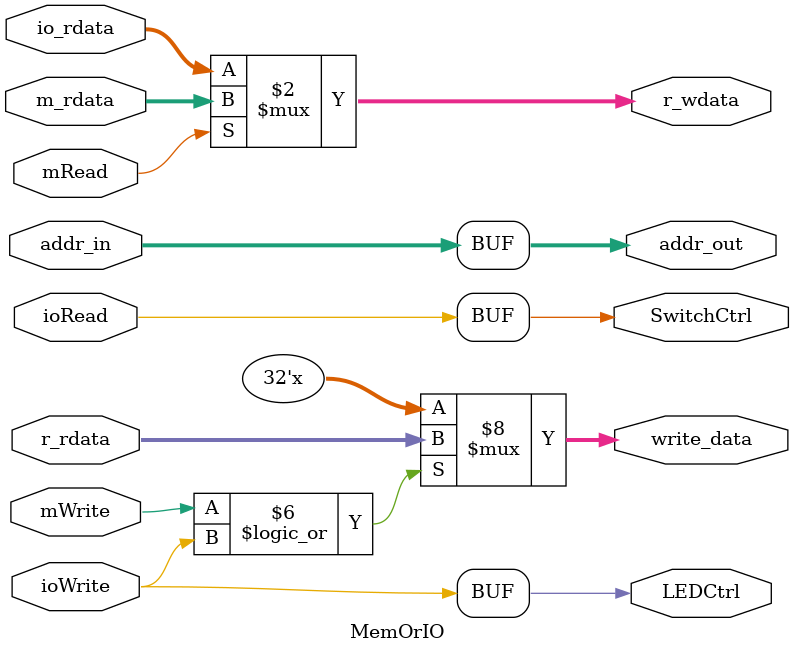
<source format=v>
`timescale 1ns / 1ps


module MemOrIO( mRead, mWrite, ioRead, ioWrite,addr_in, addr_out, m_rdata, io_rdata, r_wdata, r_rdata, write_data, LEDCtrl, SwitchCtrl);
input mRead; // read memory, from control32
input mWrite; // write memory, from control32
input ioRead; // read IO, from control32
input ioWrite; // write IO, from control32
input[31:0] addr_in; // from alu_result in executs32
output[31:0] addr_out; // address to memory
input[31:0] m_rdata; // data read from memory
input[31:0] io_rdata; // data read from io,16 bits
output[31:0] r_wdata; // data to idecode32(register file)
input[31:0] r_rdata; // data read from idecode32(register file)
output reg[31:0] write_data; // data to memory or I/O£¨m_wdata, io_wdata£©
output LEDCtrl; // LED Chip Select
output SwitchCtrl; // Switch Chip Select

assign addr_out= addr_in;
// The data wirte to register file may be from memory or io.
 // While the data is from io, it should be the lower 16bit of r_wdata. 
assign r_wdata = (mRead==1)?m_rdata:io_rdata;
// Chip select signal of Led and Switch are all active high;
assign LEDCtrl= ioWrite;
assign SwitchCtrl= ioRead;
always @* begin
if((mWrite==1)||(ioWrite==1))
    write_data=r_rdata;
else
write_data = 32'hZZZZZZZZ;
end
endmodule
</source>
